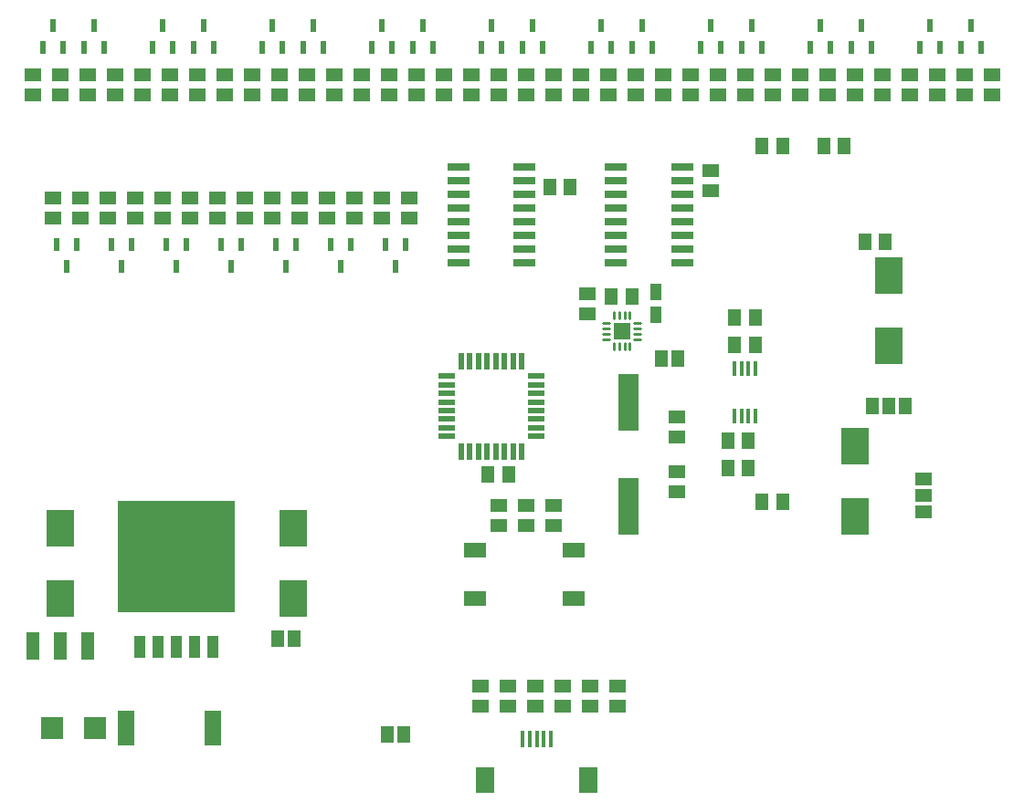
<source format=gtp>
G04 EAGLE Gerber RS-274X export*
G75*
%MOMM*%
%FSLAX34Y34*%
%LPD*%
%INSolderpaste Top*%
%IPPOS*%
%AMOC8*
5,1,8,0,0,1.08239X$1,22.5*%
G01*
%ADD10R,1.300000X1.500000*%
%ADD11R,1.500000X1.300000*%
%ADD12R,2.032000X0.660400*%
%ADD13R,1.930400X5.334000*%
%ADD14R,0.547100X1.599800*%
%ADD15R,1.599800X0.547100*%
%ADD16R,2.108200X1.397000*%
%ADD17R,1.270000X2.540000*%
%ADD18R,2.000000X2.000000*%
%ADD19R,1.168400X1.600200*%
%ADD20R,2.500000X3.500000*%
%ADD21R,1.600000X3.200000*%
%ADD22R,10.800000X10.410000*%
%ADD23R,1.066800X2.159000*%
%ADD24R,1.000000X1.500000*%
%ADD25R,0.609200X1.180100*%
%ADD26C,0.264000*%
%ADD27R,1.600000X1.600000*%
%ADD28R,0.400000X1.500000*%
%ADD29R,0.400000X1.550000*%
%ADD30R,1.750000X2.400000*%
%ADD31R,1.600200X1.168400*%
%ADD32R,0.400000X1.424000*%


D10*
X536600Y565150D03*
X555600Y565150D03*
D11*
X685800Y581000D03*
X685800Y562000D03*
D12*
X451866Y584200D03*
X513334Y584200D03*
X451866Y571500D03*
X451866Y558800D03*
X513334Y571500D03*
X513334Y558800D03*
X451866Y546100D03*
X513334Y546100D03*
X451866Y533400D03*
X513334Y533400D03*
X451866Y520700D03*
X451866Y508000D03*
X513334Y520700D03*
X513334Y508000D03*
X451866Y495300D03*
X513334Y495300D03*
X597916Y584200D03*
X659384Y584200D03*
X597916Y571500D03*
X597916Y558800D03*
X659384Y571500D03*
X659384Y558800D03*
X597916Y546100D03*
X659384Y546100D03*
X597916Y533400D03*
X659384Y533400D03*
X597916Y520700D03*
X597916Y508000D03*
X659384Y520700D03*
X659384Y508000D03*
X597916Y495300D03*
X659384Y495300D03*
D13*
X609600Y269240D03*
X609600Y365760D03*
D11*
X654050Y301600D03*
X654050Y282600D03*
X654050Y333400D03*
X654050Y352400D03*
D14*
X454600Y320137D03*
X462600Y320137D03*
X470600Y320137D03*
X478600Y320137D03*
X486600Y320137D03*
X494600Y320137D03*
X502600Y320137D03*
X510600Y320137D03*
D15*
X524413Y333950D03*
X524413Y341950D03*
X524413Y349950D03*
X524413Y357950D03*
X524413Y365950D03*
X524413Y373950D03*
X524413Y381950D03*
X524413Y389950D03*
D14*
X510600Y403763D03*
X502600Y403763D03*
X494600Y403763D03*
X486600Y403763D03*
X478600Y403763D03*
X470600Y403763D03*
X462600Y403763D03*
X454600Y403763D03*
D15*
X440787Y389950D03*
X440787Y381950D03*
X440787Y373950D03*
X440787Y365950D03*
X440787Y357950D03*
X440787Y349950D03*
X440787Y341950D03*
X440787Y333950D03*
D11*
X539750Y269850D03*
X539750Y250850D03*
X488950Y250850D03*
X488950Y269850D03*
X514350Y250850D03*
X514350Y269850D03*
X203200Y555600D03*
X203200Y536600D03*
X177800Y555600D03*
X177800Y536600D03*
X152400Y555600D03*
X152400Y536600D03*
X127000Y555600D03*
X127000Y536600D03*
X101600Y555600D03*
X101600Y536600D03*
X76200Y555600D03*
X76200Y536600D03*
X406400Y555600D03*
X406400Y536600D03*
X381000Y555600D03*
X381000Y536600D03*
X355600Y555600D03*
X355600Y536600D03*
X330200Y555600D03*
X330200Y536600D03*
X254000Y555600D03*
X254000Y536600D03*
X228600Y555600D03*
X228600Y536600D03*
X304800Y555600D03*
X304800Y536600D03*
X279400Y555600D03*
X279400Y536600D03*
X82550Y650900D03*
X82550Y669900D03*
X57150Y650900D03*
X57150Y669900D03*
X107950Y650900D03*
X107950Y669900D03*
X133350Y650900D03*
X133350Y669900D03*
X184150Y650900D03*
X184150Y669900D03*
X158750Y650900D03*
X158750Y669900D03*
X209550Y650900D03*
X209550Y669900D03*
X234950Y650900D03*
X234950Y669900D03*
X285750Y650900D03*
X285750Y669900D03*
X260350Y650900D03*
X260350Y669900D03*
X311150Y650900D03*
X311150Y669900D03*
X336550Y650900D03*
X336550Y669900D03*
X387350Y650900D03*
X387350Y669900D03*
X361950Y650900D03*
X361950Y669900D03*
X412750Y650900D03*
X412750Y669900D03*
X438150Y650900D03*
X438150Y669900D03*
X488950Y650900D03*
X488950Y669900D03*
X463550Y650900D03*
X463550Y669900D03*
X514350Y650900D03*
X514350Y669900D03*
X539750Y650900D03*
X539750Y669900D03*
X590550Y650900D03*
X590550Y669900D03*
X565150Y650900D03*
X565150Y669900D03*
X615950Y650900D03*
X615950Y669900D03*
X641350Y650900D03*
X641350Y669900D03*
X692150Y650900D03*
X692150Y669900D03*
X666750Y650900D03*
X666750Y669900D03*
X717550Y650900D03*
X717550Y669900D03*
X742950Y650900D03*
X742950Y669900D03*
X793750Y650900D03*
X793750Y669900D03*
X768350Y650900D03*
X768350Y669900D03*
X819150Y650900D03*
X819150Y669900D03*
X844550Y650900D03*
X844550Y669900D03*
X895350Y650900D03*
X895350Y669900D03*
X869950Y650900D03*
X869950Y669900D03*
X920750Y650900D03*
X920750Y669900D03*
X946150Y650900D03*
X946150Y669900D03*
D16*
X558800Y228600D03*
X467614Y228600D03*
X558800Y183642D03*
X467614Y183642D03*
D10*
X752450Y273050D03*
X733450Y273050D03*
X828700Y514350D03*
X847700Y514350D03*
X790600Y603250D03*
X809600Y603250D03*
X733450Y603250D03*
X752450Y603250D03*
X612750Y463550D03*
X593750Y463550D03*
X498450Y298450D03*
X479450Y298450D03*
D17*
X57150Y139700D03*
X82550Y139700D03*
X107950Y139700D03*
D18*
X115250Y63500D03*
X75250Y63500D03*
D19*
X299720Y146050D03*
X284480Y146050D03*
D20*
X298450Y183400D03*
X298450Y248400D03*
X82550Y183400D03*
X82550Y248400D03*
D21*
X143650Y63500D03*
X224650Y63500D03*
D22*
X190500Y222250D03*
D23*
X156464Y138938D03*
X173482Y138938D03*
X190500Y138938D03*
X207518Y138938D03*
X224536Y138938D03*
D19*
X401320Y57150D03*
X386080Y57150D03*
D11*
X548640Y83210D03*
X548640Y102210D03*
X599440Y102210D03*
X599440Y83210D03*
X574040Y102210D03*
X574040Y83210D03*
X523240Y83210D03*
X523240Y102210D03*
X472440Y102210D03*
X472440Y83210D03*
X497840Y83210D03*
X497840Y102210D03*
X571500Y447700D03*
X571500Y466700D03*
D10*
X727050Y419100D03*
X708050Y419100D03*
X727050Y444500D03*
X708050Y444500D03*
X720700Y330200D03*
X701700Y330200D03*
X720700Y304800D03*
X701700Y304800D03*
D24*
X635000Y467725D03*
X635000Y446675D03*
D20*
X819150Y259600D03*
X819150Y324600D03*
X850900Y483350D03*
X850900Y418350D03*
D25*
X66700Y694605D03*
X85700Y694605D03*
X76200Y715095D03*
X168300Y694605D03*
X187300Y694605D03*
X177800Y715095D03*
X269900Y694605D03*
X288900Y694605D03*
X279400Y715095D03*
X574700Y694605D03*
X593700Y694605D03*
X584200Y715095D03*
X473100Y694605D03*
X492100Y694605D03*
X482600Y715095D03*
X371500Y694605D03*
X390500Y694605D03*
X381000Y715095D03*
X676300Y694605D03*
X695300Y694605D03*
X685800Y715095D03*
X777900Y694605D03*
X796900Y694605D03*
X787400Y715095D03*
X879500Y694605D03*
X898500Y694605D03*
X889000Y715095D03*
X352400Y511895D03*
X333400Y511895D03*
X342900Y491405D03*
X403200Y511895D03*
X384200Y511895D03*
X393700Y491405D03*
X98400Y511895D03*
X79400Y511895D03*
X88900Y491405D03*
X149200Y511895D03*
X130200Y511895D03*
X139700Y491405D03*
X200000Y511895D03*
X181000Y511895D03*
X190500Y491405D03*
X250800Y511895D03*
X231800Y511895D03*
X241300Y491405D03*
X301600Y511895D03*
X282600Y511895D03*
X292100Y491405D03*
X206400Y694605D03*
X225400Y694605D03*
X215900Y715095D03*
X308000Y694605D03*
X327000Y694605D03*
X317500Y715095D03*
X409600Y694605D03*
X428600Y694605D03*
X419100Y715095D03*
X511200Y694605D03*
X530200Y694605D03*
X520700Y715095D03*
X612800Y694605D03*
X631800Y694605D03*
X622300Y715095D03*
X714400Y694605D03*
X733400Y694605D03*
X723900Y715095D03*
X816000Y694605D03*
X835000Y694605D03*
X825500Y715095D03*
X917600Y694605D03*
X936600Y694605D03*
X927100Y715095D03*
D26*
X620576Y424300D02*
X614616Y424300D01*
X614616Y429300D02*
X620576Y429300D01*
X620576Y434300D02*
X614616Y434300D01*
X614616Y439300D02*
X620576Y439300D01*
X610750Y443166D02*
X610750Y449126D01*
X605750Y449126D02*
X605750Y443166D01*
X600750Y443166D02*
X600750Y449126D01*
X595750Y449126D02*
X595750Y443166D01*
X591884Y439300D02*
X585924Y439300D01*
X585924Y434300D02*
X591884Y434300D01*
X591884Y429300D02*
X585924Y429300D01*
X585924Y424300D02*
X591884Y424300D01*
X595750Y420434D02*
X595750Y414474D01*
X600750Y414474D02*
X600750Y420434D01*
X605750Y420434D02*
X605750Y414474D01*
X610750Y414474D02*
X610750Y420434D01*
D27*
X603250Y431800D03*
D25*
X104800Y694605D03*
X123800Y694605D03*
X114300Y715095D03*
D28*
X537510Y53340D03*
X511510Y53340D03*
D29*
X518010Y53340D03*
D28*
X524510Y53340D03*
X531010Y53340D03*
D30*
X476810Y15340D03*
X572210Y15340D03*
D19*
X835660Y361950D03*
X850900Y361950D03*
X866140Y361950D03*
D31*
X882650Y264160D03*
X882650Y279400D03*
X882650Y294640D03*
D32*
X727300Y396842D03*
X720800Y396842D03*
X714300Y396842D03*
X707800Y396842D03*
X707800Y352458D03*
X714300Y352458D03*
X720800Y352458D03*
X727300Y352458D03*
D19*
X655320Y406400D03*
X640080Y406400D03*
M02*

</source>
